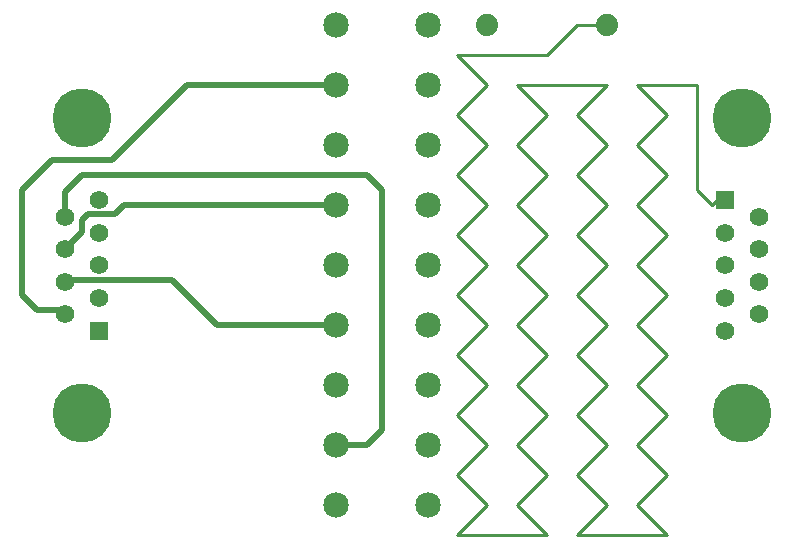
<source format=gbl>
G04 Layer: BottomLayer*
G04 EasyEDA v5.9.42, Tue, 26 Mar 2019 22:23:46 GMT*
G04 136a07bf7604451eaa250bedc6906433*
G04 Gerber Generator version 0.2*
G04 Scale: 100 percent, Rotated: No, Reflected: No *
G04 Dimensions in inches *
G04 leading zeros omitted , absolute positions ,2 integer and 4 decimal *
%FSLAX24Y24*%
%MOIN*%
G90*
G70D02*

%ADD10C,0.010000*%
%ADD11C,0.020000*%
%ADD12C,0.085000*%
%ADD13C,0.074000*%
%ADD14C,0.062000*%
%ADD15C,0.196850*%
%ADD16R,0.062000X0.062000*%

%LPD*%
G54D11*
G01X14975Y16000D02*
G01X10000Y16000D01*
G01X7500Y13500D01*
G01X5500Y13500D01*
G01X4500Y12500D01*
G01X4500Y9000D01*
G01X5000Y8500D01*
G01X5811Y8500D01*
G01X5940Y8370D01*
G01X14975Y12000D02*
G01X7900Y12000D01*
G01X7600Y11700D01*
G01X6700Y11700D01*
G01X6500Y11500D01*
G01X6500Y11102D01*
G01X5940Y10543D01*
G01X14975Y8000D02*
G01X11000Y8000D01*
G01X9500Y9500D01*
G01X5984Y9500D01*
G01X5940Y9456D01*
G01X5940Y11629D02*
G01X5940Y12440D01*
G01X6500Y13000D01*
G01X16000Y13000D01*
G01X16500Y12500D01*
G01X16500Y4500D01*
G01X16000Y4000D01*
G01X14975Y4000D01*
G54D10*
G01X24000Y18000D02*
G01X23000Y18000D01*
G01X22000Y17000D01*
G01X19000Y17000D01*
G01X20000Y16000D01*
G01X19000Y15000D01*
G01X20000Y14000D01*
G01X19000Y13000D01*
G01X20000Y12000D01*
G01X19000Y11000D01*
G01X20000Y10000D01*
G01X19000Y9000D01*
G01X20000Y8000D01*
G01X19000Y7000D01*
G01X20000Y6000D01*
G01X19000Y5000D01*
G01X20000Y4000D01*
G01X19000Y3000D01*
G01X20000Y2000D01*
G01X19000Y1000D01*
G01X22000Y1000D01*
G01X21000Y2000D01*
G01X22000Y3000D01*
G01X21000Y4000D01*
G01X22000Y5000D01*
G01X21000Y6000D01*
G01X22000Y7000D01*
G01X21000Y8000D01*
G01X22000Y9000D01*
G01X21000Y10000D01*
G01X22000Y11000D01*
G01X21000Y12000D01*
G01X22000Y13000D01*
G01X21000Y14000D01*
G01X22000Y15000D01*
G01X21000Y16000D01*
G01X24000Y16000D01*
G01X23000Y15000D01*
G01X24000Y14000D01*
G01X23000Y13000D01*
G01X24000Y12000D01*
G01X23000Y11000D01*
G01X24000Y10000D01*
G01X23000Y9000D01*
G01X24000Y8000D01*
G01X23000Y7000D01*
G01X24000Y6000D01*
G01X23000Y5000D01*
G01X24000Y4000D01*
G01X23000Y3000D01*
G01X24000Y2000D01*
G01X23000Y1000D01*
G01X26000Y1000D01*
G01X25000Y2000D01*
G01X26000Y3000D01*
G01X25000Y4000D01*
G01X26000Y5000D01*
G01X25000Y6000D01*
G01X26000Y7000D01*
G01X25000Y8000D01*
G01X26000Y9000D01*
G01X25000Y10000D01*
G01X26000Y11000D01*
G01X25000Y12000D01*
G01X26000Y13000D01*
G01X25000Y14000D01*
G01X26000Y15000D01*
G01X25000Y16000D01*
G01X27000Y16000D01*
G01X27000Y12500D01*
G01X27500Y12000D01*
G01X27673Y12173D01*
G01X27940Y12173D01*
G54D12*
G01X18025Y18000D03*
G01X14975Y18000D03*
G01X18025Y16000D03*
G01X14975Y16000D03*
G01X18025Y14000D03*
G01X14975Y14000D03*
G01X18025Y12000D03*
G01X14975Y12000D03*
G01X18025Y10000D03*
G01X14975Y10000D03*
G01X18025Y8000D03*
G01X14975Y8000D03*
G01X18025Y6000D03*
G01X14975Y6000D03*
G01X18025Y4000D03*
G01X14975Y4000D03*
G01X18025Y2000D03*
G01X14975Y2000D03*
G54D13*
G01X24000Y18000D03*
G01X20000Y18000D03*
G54D14*
G01X27940Y9999D03*
G54D15*
G01X28499Y5078D03*
G54D16*
G01X27940Y12173D03*
G54D14*
G01X27940Y11086D03*
G01X27940Y8913D03*
G01X27940Y7826D03*
G01X29059Y11629D03*
G01X29059Y10543D03*
G01X29059Y9456D03*
G01X29059Y8370D03*
G54D15*
G01X28499Y14921D03*
G54D14*
G01X7059Y10000D03*
G54D15*
G01X6500Y14921D03*
G54D16*
G01X7059Y7826D03*
G54D14*
G01X7059Y8913D03*
G01X7059Y11086D03*
G01X7059Y12173D03*
G01X5940Y8370D03*
G01X5940Y9456D03*
G01X5940Y10543D03*
G01X5940Y11629D03*
G54D15*
G01X6500Y5078D03*
M00*
M02*

</source>
